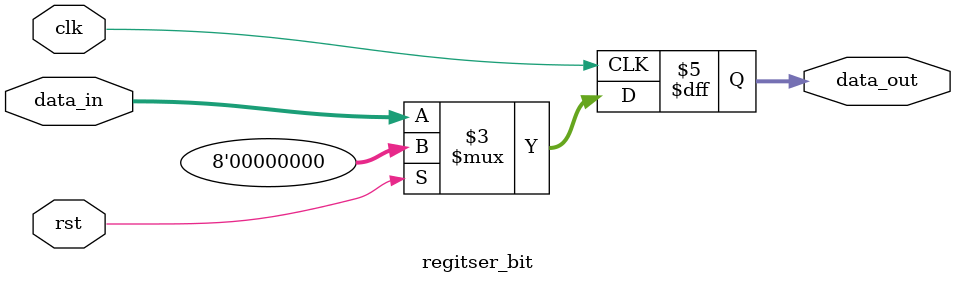
<source format=v>
`timescale 1ns / 1ps
module regitser_bit(data_in,data_out,clk,rst);
    input [7:0]data_in;
    input clk,rst;
    output reg [7:0]data_out;
    always @(posedge clk)
        begin
            if(rst)
                data_out<=8'b0;
            else 
                data_out<=data_in;
        end 
endmodule

</source>
